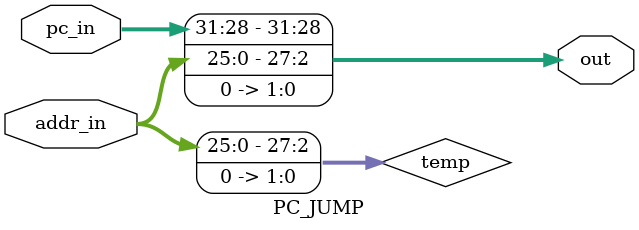
<source format=v>
`timescale 1ns / 1ps


module PC_JUMP(
  input [31:0] pc_in,            
  input [25:0] addr_in,          
  output reg [31:0] out
  );

  reg [27:0] temp;
  
  always @(addr_in) begin
    temp = addr_in << 2;
    out = {pc_in[31:28], temp[27:0]};
  end
endmodule

</source>
